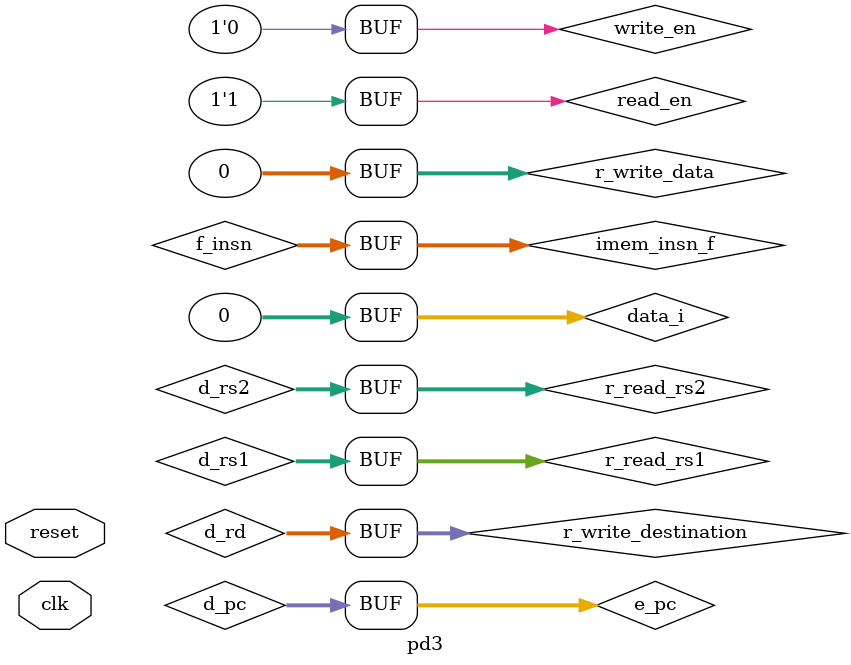
<source format=sv>
/*
 * Module: pd3
 *
 * Description: Top level module that will contain sub-module instantiations.
 *
 * Inputs:
 * 1) clk
 * 2) reset signal
 */

module pd3 #(
    parameter int AWIDTH = 32,
    parameter int DWIDTH = 32)(
    input logic clk,
    input logic reset
);

 /*
  * Instantiate other submodules and
  * probes. To be filled by student...
  *
  */

    // -- Probes Instantiation --

  // Fetch stage signals
  logic [DWIDTH-1:0] f_insn;
  logic [AWIDTH-1:0] f_pc;

  // Decode stage signals
  logic [AWIDTH-1:0] d_pc;
  logic [6:0] d_opcode;
  logic [4:0] d_rd, d_rs1, d_rs2;
  logic [6:0] d_funct7;
  logic [2:0] d_funct3;
  logic [DWIDTH-1:0] d_imm;
  logic [4:0] d_shamt;

  // Register file signals
  logic r_write_enable;
  logic [4:0] r_write_destination;
  logic [DWIDTH-1:0] r_write_data;
  logic [4:0] r_read_rs1;
  logic [4:0] r_read_rs2;
  logic [DWIDTH-1:0] r_read_rs1_data;
  logic [DWIDTH-1:0] r_read_rs2_data;

  // Execute stage signals
  logic [AWIDTH-1:0] e_pc;
  logic [DWIDTH-1:0] e_alu_res;
  logic e_br_taken;
  // -- Probes Instantiation --

  // imemory signals
  logic [AWIDTH - 1:0] addr_i;
  logic [DWIDTH - 1:0] data_i;
  logic write_en;
  logic read_en;
  logic [DWIDTH - 1:0] imem_insn_f; // instruction

  // Fetch stage
  fetch #(
      .AWIDTH(32),
      .DWIDTH(32),
      .BASEADDR(32'h01000000)
  ) fetch1 (
      .clk(clk),
      .rst(reset),
      .pc_o(f_pc),            
      .insn_o()         
  );

    // Instruction Memory (read-only for fetch stage)
  assign addr_i = f_pc;
  assign data_i = '0; // No data to write
  assign read_en = 1'b1;
  assign write_en = 1'b0;

  memory #(
      .AWIDTH(32),
      .DWIDTH(32),
      .BASE_ADDR(32'h01000000)
  ) imem (
      .clk(clk),
      .rst(reset),
      .addr_i(addr_i),
      .data_i(data_i),
      .read_en_i(read_en),
      .write_en_i(write_en),
      .data_o(imem_insn_f)
  );

  // Connect fetched instruction to fetch stage output
  assign f_insn = imem_insn_f;

  // Decode stage
  logic [DWIDTH-1:0] d_insn;
  decode #( .AWIDTH(AWIDTH), .DWIDTH(DWIDTH) ) decode_stage (
      .clk(clk),
      .rst(reset),
      .insn_i(f_insn),
      .pc_i(f_pc),
      .pc_o(d_pc),
      .insn_o(d_insn),
      .opcode_o(d_opcode),
      .rd_o(d_rd),
      .rs1_o(d_rs1),
      .rs2_o(d_rs2),
      .funct7_o(d_funct7),
      .funct3_o(d_funct3),
      .imm_o(d_imm),
      .shamt_o(d_shamt)
  );

  // Control
  logic pcsel, immsel, regwren, rs1sel, rs2sel, memren, memwren;
  logic [1:0] wbsel;
  logic [3:0] alusel;
  control #( .DWIDTH(DWIDTH) ) control_unit (
      .insn_i(d_insn),
      .opcode_i(d_opcode),
      .funct7_i(d_funct7),
      .funct3_i(d_funct3),
      .pcsel_o(pcsel),
      .immsel_o(immsel),
      .regwren_o(regwren),
      .rs1sel_o(rs1sel),
      .rs2sel_o(rs2sel),
      .memren_o(memren),
      .memwren_o(memwren),
      .wbsel_o(wbsel),
      .alusel_o(alusel)
  );

  // Register File
  register_file #( .DWIDTH(DWIDTH) ) reg_file (
      .clk(clk),
      .rst(reset),
      .rs1_i(d_rs1),
      .rs2_i(d_rs2),
      .rd_i(r_write_destination),
      .datawb_i(r_write_data),
      .regwren_i(r_write_enable),
      .rs1data_o(r_read_rs1_data),
      .rs2data_o(r_read_rs2_data)
  );

  // Execute stage
  assign e_pc = d_pc;

  // Multiplexers for ALU inputs based on control signals
  logic [DWIDTH-1:0] alu_operand1, alu_operand2;
  // rs1sel mux: 0 = use rs1 data, 1 = use PC
  assign alu_operand1 = rs1sel ? d_pc : r_read_rs1_data;
  // rs2sel mux: 0 = use rs2 data, 1 = use immediate
  assign alu_operand2 = rs2sel ? d_imm : r_read_rs2_data;

  alu #( .DWIDTH(DWIDTH), .AWIDTH(AWIDTH) ) alu_stage (
      .pc_i(e_pc),
      .rs1_i(alu_operand1),
      .rs2_i(alu_operand2),
      .opcode_i(d_opcode),
      .funct3_i(d_funct3),
      .funct7_i(d_funct7),
      .res_o(e_alu_res),
      .brtaken_o(e_br_taken)
  );

  // Register File writeback connections
  assign r_read_rs1 = d_rs1;
  assign r_read_rs2 = d_rs2;
  assign r_write_enable = regwren;
  assign r_write_destination = d_rd;
  assign r_write_data = 0;
endmodule : pd3

</source>
